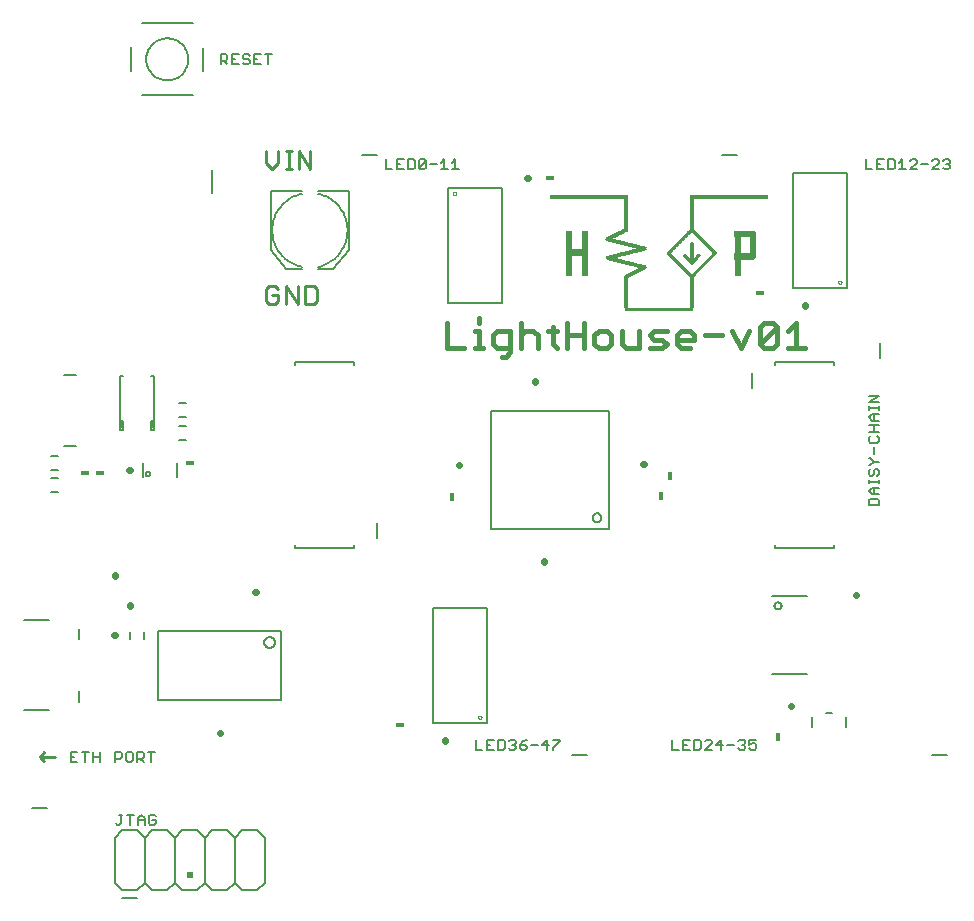
<source format=gto>
G75*
G70*
%OFA0B0*%
%FSLAX24Y24*%
%IPPOS*%
%LPD*%
%AMOC8*
5,1,8,0,0,1.08239X$1,22.5*
%
%ADD10C,0.0110*%
%ADD11C,0.0060*%
%ADD12C,0.0100*%
%ADD13C,0.0150*%
%ADD14C,0.0050*%
%ADD15C,0.0020*%
%ADD16R,0.0300X0.0180*%
%ADD17C,0.0220*%
%ADD18C,0.0080*%
%ADD19R,0.0180X0.0300*%
%ADD20R,0.0200X0.0200*%
%ADD21R,0.2250X0.0010*%
%ADD22R,0.2270X0.0010*%
%ADD23R,0.2290X0.0010*%
%ADD24R,0.0110X0.0010*%
%ADD25R,0.0120X0.0010*%
%ADD26R,0.0140X0.0010*%
%ADD27R,0.0160X0.0010*%
%ADD28R,0.0180X0.0010*%
%ADD29R,0.0200X0.0010*%
%ADD30R,0.0220X0.0010*%
%ADD31R,0.0230X0.0010*%
%ADD32R,0.0240X0.0010*%
%ADD33R,0.0250X0.0010*%
%ADD34R,0.0260X0.0010*%
%ADD35R,0.0280X0.0010*%
%ADD36R,0.0300X0.0010*%
%ADD37R,0.0150X0.0010*%
%ADD38R,0.0320X0.0010*%
%ADD39R,0.0360X0.0010*%
%ADD40R,0.0390X0.0010*%
%ADD41R,0.0430X0.0010*%
%ADD42R,0.0450X0.0010*%
%ADD43R,0.0060X0.0010*%
%ADD44R,0.0080X0.0010*%
%ADD45R,0.0100X0.0010*%
%ADD46R,0.0340X0.0010*%
%ADD47R,0.0380X0.0010*%
%ADD48R,0.0640X0.0010*%
%ADD49R,0.0400X0.0010*%
%ADD50R,0.0660X0.0010*%
%ADD51R,0.0420X0.0010*%
%ADD52R,0.0680X0.0010*%
%ADD53R,0.0690X0.0010*%
%ADD54R,0.0290X0.0010*%
%ADD55R,0.0700X0.0010*%
%ADD56R,0.0710X0.0010*%
%ADD57R,0.0350X0.0010*%
%ADD58R,0.0720X0.0010*%
%ADD59R,0.0460X0.0010*%
%ADD60R,0.0130X0.0010*%
%ADD61R,0.0750X0.0010*%
%ADD62R,0.0090X0.0010*%
%ADD63R,0.0070X0.0010*%
%ADD64R,0.0050X0.0010*%
%ADD65R,0.0440X0.0010*%
%ADD66R,0.0410X0.0010*%
%ADD67R,0.0310X0.0010*%
%ADD68R,0.0670X0.0010*%
%ADD69R,0.2570X0.0010*%
%ADD70R,0.2590X0.0010*%
%ADD71R,0.2600X0.0010*%
%ADD72R,0.2610X0.0010*%
%ADD73R,0.2580X0.0010*%
%ADD74R,0.2550X0.0010*%
D10*
X011617Y020759D02*
X011814Y020759D01*
X011912Y020857D01*
X011912Y021054D01*
X011715Y021054D01*
X011519Y021251D02*
X011519Y020857D01*
X011617Y020759D01*
X011519Y021251D02*
X011617Y021349D01*
X011814Y021349D01*
X011912Y021251D01*
X012163Y021349D02*
X012163Y020759D01*
X012557Y020759D02*
X012163Y021349D01*
X012557Y021349D02*
X012557Y020759D01*
X012808Y020759D02*
X012808Y021349D01*
X013103Y021349D01*
X013201Y021251D01*
X013201Y020857D01*
X013103Y020759D01*
X012808Y020759D01*
X012987Y025259D02*
X012987Y025849D01*
X012593Y025849D02*
X012987Y025259D01*
X012593Y025259D02*
X012593Y025849D01*
X012360Y025849D02*
X012163Y025849D01*
X012262Y025849D02*
X012262Y025259D01*
X012360Y025259D02*
X012163Y025259D01*
X011912Y025456D02*
X011912Y025849D01*
X011519Y025849D02*
X011519Y025456D01*
X011715Y025259D01*
X011912Y025456D01*
D11*
X011580Y028734D02*
X011580Y029074D01*
X011467Y029074D02*
X011694Y029074D01*
X011325Y029074D02*
X011099Y029074D01*
X011099Y028734D01*
X011325Y028734D01*
X011212Y028904D02*
X011099Y028904D01*
X010957Y028847D02*
X010957Y028790D01*
X010900Y028734D01*
X010787Y028734D01*
X010730Y028790D01*
X010787Y028904D02*
X010900Y028904D01*
X010957Y028847D01*
X010957Y029017D02*
X010900Y029074D01*
X010787Y029074D01*
X010730Y029017D01*
X010730Y028961D01*
X010787Y028904D01*
X010589Y029074D02*
X010362Y029074D01*
X010362Y028734D01*
X010589Y028734D01*
X010475Y028904D02*
X010362Y028904D01*
X010220Y028904D02*
X010164Y028847D01*
X009994Y028847D01*
X010107Y028847D02*
X010220Y028734D01*
X010220Y028904D02*
X010220Y029017D01*
X010164Y029074D01*
X009994Y029074D01*
X009994Y028734D01*
X015494Y025574D02*
X015494Y025234D01*
X015720Y025234D01*
X015862Y025234D02*
X015862Y025574D01*
X016089Y025574D01*
X016230Y025574D02*
X016230Y025234D01*
X016400Y025234D01*
X016457Y025290D01*
X016457Y025517D01*
X016400Y025574D01*
X016230Y025574D01*
X015975Y025404D02*
X015862Y025404D01*
X015862Y025234D02*
X016089Y025234D01*
X016599Y025290D02*
X016825Y025517D01*
X016825Y025290D01*
X016769Y025234D01*
X016655Y025234D01*
X016599Y025290D01*
X016599Y025517D01*
X016655Y025574D01*
X016769Y025574D01*
X016825Y025517D01*
X016967Y025404D02*
X017194Y025404D01*
X017335Y025461D02*
X017449Y025574D01*
X017449Y025234D01*
X017562Y025234D02*
X017335Y025234D01*
X017703Y025234D02*
X017930Y025234D01*
X017817Y025234D02*
X017817Y025574D01*
X017703Y025461D01*
X008832Y017440D02*
X008595Y017440D01*
X008595Y016968D02*
X008832Y016968D01*
X008832Y016690D02*
X008595Y016690D01*
X008595Y016218D02*
X008832Y016218D01*
X004582Y015690D02*
X004345Y015690D01*
X004345Y015218D02*
X004582Y015218D01*
X004582Y014940D02*
X004345Y014940D01*
X004345Y014468D02*
X004582Y014468D01*
X006977Y009822D02*
X006977Y009586D01*
X007450Y009586D02*
X007450Y009822D01*
X007916Y009855D02*
X012011Y009855D01*
X012011Y007552D01*
X007916Y007552D01*
X007916Y009855D01*
X011446Y009471D02*
X011448Y009497D01*
X011454Y009523D01*
X011463Y009548D01*
X011476Y009571D01*
X011492Y009592D01*
X011511Y009610D01*
X011533Y009626D01*
X011556Y009638D01*
X011581Y009646D01*
X011607Y009651D01*
X011634Y009652D01*
X011660Y009649D01*
X011685Y009642D01*
X011710Y009632D01*
X011732Y009618D01*
X011753Y009601D01*
X011770Y009582D01*
X011785Y009560D01*
X011796Y009536D01*
X011804Y009510D01*
X011808Y009484D01*
X011808Y009458D01*
X011804Y009432D01*
X011796Y009406D01*
X011785Y009382D01*
X011770Y009360D01*
X011753Y009341D01*
X011732Y009324D01*
X011710Y009310D01*
X011685Y009300D01*
X011660Y009293D01*
X011634Y009290D01*
X011607Y009291D01*
X011581Y009296D01*
X011556Y009304D01*
X011533Y009316D01*
X011511Y009332D01*
X011492Y009350D01*
X011476Y009371D01*
X011463Y009394D01*
X011454Y009419D01*
X011448Y009445D01*
X011446Y009471D01*
X007799Y005824D02*
X007572Y005824D01*
X007685Y005824D02*
X007685Y005484D01*
X007430Y005484D02*
X007317Y005597D01*
X007374Y005597D02*
X007203Y005597D01*
X007203Y005484D02*
X007203Y005824D01*
X007374Y005824D01*
X007430Y005767D01*
X007430Y005654D01*
X007374Y005597D01*
X007062Y005540D02*
X007062Y005767D01*
X007005Y005824D01*
X006892Y005824D01*
X006835Y005767D01*
X006835Y005540D01*
X006892Y005484D01*
X007005Y005484D01*
X007062Y005540D01*
X006694Y005654D02*
X006637Y005597D01*
X006467Y005597D01*
X006467Y005484D02*
X006467Y005824D01*
X006637Y005824D01*
X006694Y005767D01*
X006694Y005654D01*
X005957Y005654D02*
X005730Y005654D01*
X005730Y005484D02*
X005730Y005824D01*
X005589Y005824D02*
X005362Y005824D01*
X005475Y005824D02*
X005475Y005484D01*
X005220Y005484D02*
X004994Y005484D01*
X004994Y005824D01*
X005220Y005824D01*
X005107Y005654D02*
X004994Y005654D01*
X005957Y005824D02*
X005957Y005484D01*
X006607Y003724D02*
X006720Y003724D01*
X006664Y003724D02*
X006664Y003440D01*
X006607Y003384D01*
X006550Y003384D01*
X006494Y003440D01*
X006714Y003204D02*
X007214Y003204D01*
X007464Y002954D01*
X007464Y001454D01*
X007714Y001204D01*
X008214Y001204D01*
X008464Y001454D01*
X008464Y002954D01*
X008714Y003204D01*
X009214Y003204D01*
X009464Y002954D01*
X009464Y001454D01*
X009714Y001204D01*
X010214Y001204D01*
X010464Y001454D01*
X010714Y001204D01*
X011214Y001204D01*
X011464Y001454D01*
X011464Y002954D01*
X011214Y003204D01*
X010714Y003204D01*
X010464Y002954D01*
X010464Y001454D01*
X009464Y001454D02*
X009214Y001204D01*
X008714Y001204D01*
X008464Y001454D01*
X007464Y001454D02*
X007214Y001204D01*
X006714Y001204D01*
X006464Y001454D01*
X006464Y002954D01*
X006714Y003204D01*
X006975Y003384D02*
X006975Y003724D01*
X006862Y003724D02*
X007089Y003724D01*
X007230Y003611D02*
X007230Y003384D01*
X007230Y003554D02*
X007457Y003554D01*
X007457Y003611D02*
X007457Y003384D01*
X007599Y003440D02*
X007599Y003667D01*
X007655Y003724D01*
X007769Y003724D01*
X007825Y003667D01*
X007825Y003554D02*
X007712Y003554D01*
X007825Y003554D02*
X007825Y003440D01*
X007769Y003384D01*
X007655Y003384D01*
X007599Y003440D01*
X007457Y003611D02*
X007344Y003724D01*
X007230Y003611D01*
X007714Y003204D02*
X008214Y003204D01*
X008464Y002954D01*
X007714Y003204D02*
X007464Y002954D01*
X009464Y002954D02*
X009714Y003204D01*
X010214Y003204D01*
X010464Y002954D01*
X018494Y005884D02*
X018720Y005884D01*
X018862Y005884D02*
X018862Y006224D01*
X019089Y006224D01*
X019230Y006224D02*
X019230Y005884D01*
X019400Y005884D01*
X019457Y005940D01*
X019457Y006167D01*
X019400Y006224D01*
X019230Y006224D01*
X018975Y006054D02*
X018862Y006054D01*
X018862Y005884D02*
X019089Y005884D01*
X018494Y005884D02*
X018494Y006224D01*
X019599Y006167D02*
X019655Y006224D01*
X019769Y006224D01*
X019825Y006167D01*
X019825Y006111D01*
X019769Y006054D01*
X019825Y005997D01*
X019825Y005940D01*
X019769Y005884D01*
X019655Y005884D01*
X019599Y005940D01*
X019712Y006054D02*
X019769Y006054D01*
X019967Y006054D02*
X019967Y005940D01*
X020024Y005884D01*
X020137Y005884D01*
X020194Y005940D01*
X020194Y005997D01*
X020137Y006054D01*
X019967Y006054D01*
X020080Y006167D01*
X020194Y006224D01*
X020335Y006054D02*
X020562Y006054D01*
X020703Y006054D02*
X020930Y006054D01*
X020874Y006224D02*
X020703Y006054D01*
X020874Y005884D02*
X020874Y006224D01*
X021072Y006224D02*
X021299Y006224D01*
X021299Y006167D01*
X021072Y005940D01*
X021072Y005884D01*
X025044Y005884D02*
X025270Y005884D01*
X025412Y005884D02*
X025639Y005884D01*
X025780Y005884D02*
X025950Y005884D01*
X026007Y005940D01*
X026007Y006167D01*
X025950Y006224D01*
X025780Y006224D01*
X025780Y005884D01*
X025525Y006054D02*
X025412Y006054D01*
X025412Y006224D02*
X025412Y005884D01*
X025412Y006224D02*
X025639Y006224D01*
X026149Y006167D02*
X026205Y006224D01*
X026319Y006224D01*
X026375Y006167D01*
X026375Y006111D01*
X026149Y005884D01*
X026375Y005884D01*
X026517Y006054D02*
X026744Y006054D01*
X026885Y006054D02*
X027112Y006054D01*
X027253Y006167D02*
X027310Y006224D01*
X027424Y006224D01*
X027480Y006167D01*
X027480Y006111D01*
X027424Y006054D01*
X027480Y005997D01*
X027480Y005940D01*
X027424Y005884D01*
X027310Y005884D01*
X027253Y005940D01*
X027367Y006054D02*
X027424Y006054D01*
X027622Y006054D02*
X027735Y006111D01*
X027792Y006111D01*
X027849Y006054D01*
X027849Y005940D01*
X027792Y005884D01*
X027678Y005884D01*
X027622Y005940D01*
X027622Y006054D02*
X027622Y006224D01*
X027849Y006224D01*
X026687Y006224D02*
X026687Y005884D01*
X026517Y006054D02*
X026687Y006224D01*
X025044Y006224D02*
X025044Y005884D01*
X031593Y014034D02*
X031593Y014204D01*
X031650Y014261D01*
X031877Y014261D01*
X031934Y014204D01*
X031934Y014034D01*
X031593Y014034D01*
X031707Y014402D02*
X031593Y014515D01*
X031707Y014629D01*
X031934Y014629D01*
X031934Y014770D02*
X031934Y014884D01*
X031934Y014827D02*
X031593Y014827D01*
X031593Y014770D02*
X031593Y014884D01*
X031650Y015016D02*
X031593Y015073D01*
X031593Y015186D01*
X031650Y015243D01*
X031763Y015186D02*
X031820Y015243D01*
X031877Y015243D01*
X031934Y015186D01*
X031934Y015073D01*
X031877Y015016D01*
X031763Y015073D02*
X031763Y015186D01*
X031763Y015073D02*
X031707Y015016D01*
X031650Y015016D01*
X031650Y015384D02*
X031593Y015384D01*
X031650Y015384D02*
X031763Y015498D01*
X031934Y015498D01*
X031763Y015498D02*
X031650Y015611D01*
X031593Y015611D01*
X031763Y015753D02*
X031763Y015979D01*
X031650Y016121D02*
X031593Y016178D01*
X031593Y016291D01*
X031650Y016348D01*
X031593Y016489D02*
X031934Y016489D01*
X031877Y016348D02*
X031934Y016291D01*
X031934Y016178D01*
X031877Y016121D01*
X031650Y016121D01*
X031763Y016489D02*
X031763Y016716D01*
X031763Y016857D02*
X031763Y017084D01*
X031707Y017084D02*
X031934Y017084D01*
X031934Y017226D02*
X031934Y017339D01*
X031934Y017283D02*
X031593Y017283D01*
X031593Y017339D02*
X031593Y017226D01*
X031707Y017084D02*
X031593Y016971D01*
X031707Y016857D01*
X031934Y016857D01*
X031934Y016716D02*
X031593Y016716D01*
X031593Y017471D02*
X031934Y017698D01*
X031593Y017698D01*
X031593Y017471D02*
X031934Y017471D01*
X031763Y014629D02*
X031763Y014402D01*
X031707Y014402D02*
X031934Y014402D01*
X031862Y025234D02*
X032089Y025234D01*
X032230Y025234D02*
X032400Y025234D01*
X032457Y025290D01*
X032457Y025517D01*
X032400Y025574D01*
X032230Y025574D01*
X032230Y025234D01*
X031975Y025404D02*
X031862Y025404D01*
X031862Y025574D02*
X031862Y025234D01*
X031720Y025234D02*
X031494Y025234D01*
X031494Y025574D01*
X031862Y025574D02*
X032089Y025574D01*
X032599Y025461D02*
X032712Y025574D01*
X032712Y025234D01*
X032599Y025234D02*
X032825Y025234D01*
X032967Y025234D02*
X033194Y025461D01*
X033194Y025517D01*
X033137Y025574D01*
X033024Y025574D01*
X032967Y025517D01*
X032967Y025234D02*
X033194Y025234D01*
X033335Y025404D02*
X033562Y025404D01*
X033703Y025517D02*
X033760Y025574D01*
X033874Y025574D01*
X033930Y025517D01*
X033930Y025461D01*
X033703Y025234D01*
X033930Y025234D01*
X034072Y025290D02*
X034128Y025234D01*
X034242Y025234D01*
X034299Y025290D01*
X034299Y025347D01*
X034242Y025404D01*
X034185Y025404D01*
X034242Y025404D02*
X034299Y025461D01*
X034299Y025517D01*
X034242Y025574D01*
X034128Y025574D01*
X034072Y025517D01*
D12*
X004464Y005654D02*
X003964Y005654D01*
X004114Y005504D01*
X003964Y005654D02*
X004114Y005804D01*
D13*
X019357Y018995D02*
X019499Y018995D01*
X019640Y019137D01*
X019640Y019846D01*
X019215Y019846D01*
X019073Y019704D01*
X019073Y019421D01*
X019215Y019279D01*
X019640Y019279D01*
X019994Y019279D02*
X019994Y020129D01*
X020136Y019846D02*
X020419Y019846D01*
X020561Y019704D01*
X020561Y019279D01*
X021057Y019421D02*
X021198Y019279D01*
X021057Y019421D02*
X021057Y019988D01*
X020915Y019846D02*
X021198Y019846D01*
X021529Y019704D02*
X022096Y019704D01*
X022449Y019704D02*
X022449Y019421D01*
X022591Y019279D01*
X022875Y019279D01*
X023017Y019421D01*
X023017Y019704D01*
X022875Y019846D01*
X022591Y019846D01*
X022449Y019704D01*
X022096Y020129D02*
X022096Y019279D01*
X021529Y019279D02*
X021529Y020129D01*
X020136Y019846D02*
X019994Y019704D01*
X018743Y019279D02*
X018459Y019279D01*
X018601Y019279D02*
X018601Y019846D01*
X018459Y019846D01*
X018601Y020129D02*
X018601Y020271D01*
X017539Y020129D02*
X017539Y019279D01*
X018106Y019279D01*
X023370Y019421D02*
X023512Y019279D01*
X023937Y019279D01*
X023937Y019846D01*
X024291Y019704D02*
X024433Y019846D01*
X024858Y019846D01*
X024716Y019562D02*
X024433Y019562D01*
X024291Y019704D01*
X024291Y019279D02*
X024716Y019279D01*
X024858Y019421D01*
X024716Y019562D01*
X025212Y019562D02*
X025779Y019562D01*
X025779Y019704D01*
X025637Y019846D01*
X025354Y019846D01*
X025212Y019704D01*
X025212Y019421D01*
X025354Y019279D01*
X025637Y019279D01*
X026133Y019704D02*
X026700Y019704D01*
X027053Y019846D02*
X027337Y019279D01*
X027621Y019846D01*
X027974Y019988D02*
X028116Y020129D01*
X028400Y020129D01*
X028541Y019988D01*
X027974Y019421D01*
X028116Y019279D01*
X028400Y019279D01*
X028541Y019421D01*
X028541Y019988D01*
X028895Y019846D02*
X029179Y020129D01*
X029179Y019279D01*
X029462Y019279D02*
X028895Y019279D01*
X027974Y019421D02*
X027974Y019988D01*
X023370Y019846D02*
X023370Y019421D01*
D14*
X019360Y020780D02*
X017567Y020780D01*
X017567Y024631D01*
X019360Y024631D01*
X019360Y020780D01*
X029067Y021276D02*
X029067Y025127D01*
X030860Y025127D01*
X030860Y021276D01*
X029067Y021276D01*
X018860Y010627D02*
X017067Y010627D01*
X017067Y006776D01*
X018860Y006776D01*
X018860Y010627D01*
X007784Y016548D02*
X007686Y016548D01*
X006741Y016548D02*
X006643Y016548D01*
D15*
X017738Y024434D02*
X017740Y024448D01*
X017746Y024462D01*
X017754Y024474D01*
X017766Y024482D01*
X017780Y024488D01*
X017794Y024490D01*
X017808Y024488D01*
X017822Y024482D01*
X017834Y024474D01*
X017842Y024462D01*
X017848Y024448D01*
X017850Y024434D01*
X017848Y024420D01*
X017842Y024406D01*
X017834Y024394D01*
X017822Y024386D01*
X017808Y024380D01*
X017794Y024378D01*
X017780Y024380D01*
X017766Y024386D01*
X017754Y024394D01*
X017746Y024406D01*
X017740Y024420D01*
X017738Y024434D01*
X030577Y021473D02*
X030579Y021487D01*
X030585Y021501D01*
X030593Y021513D01*
X030605Y021521D01*
X030619Y021527D01*
X030633Y021529D01*
X030647Y021527D01*
X030661Y021521D01*
X030673Y021513D01*
X030681Y021501D01*
X030687Y021487D01*
X030689Y021473D01*
X030687Y021459D01*
X030681Y021445D01*
X030673Y021433D01*
X030661Y021425D01*
X030647Y021419D01*
X030633Y021417D01*
X030619Y021419D01*
X030605Y021425D01*
X030593Y021433D01*
X030585Y021445D01*
X030579Y021459D01*
X030577Y021473D01*
X018577Y006973D02*
X018579Y006987D01*
X018585Y007001D01*
X018593Y007013D01*
X018605Y007021D01*
X018619Y007027D01*
X018633Y007029D01*
X018647Y007027D01*
X018661Y007021D01*
X018673Y007013D01*
X018681Y007001D01*
X018687Y006987D01*
X018689Y006973D01*
X018687Y006959D01*
X018681Y006945D01*
X018673Y006933D01*
X018661Y006925D01*
X018647Y006919D01*
X018633Y006917D01*
X018619Y006919D01*
X018605Y006925D01*
X018593Y006933D01*
X018585Y006945D01*
X018579Y006959D01*
X018577Y006973D01*
D16*
X015964Y006704D03*
X005964Y015104D03*
X005464Y015104D03*
X008964Y015454D03*
X020964Y024954D03*
X027964Y021104D03*
D17*
X029464Y020716D02*
X029464Y020692D01*
X024100Y015422D02*
X024076Y015422D01*
X020488Y018159D02*
X020488Y018184D01*
X017950Y015372D02*
X017926Y015372D01*
X020788Y012184D02*
X020788Y012159D01*
X017464Y006216D02*
X017464Y006192D01*
X011176Y011154D02*
X011152Y011154D01*
X006964Y010716D02*
X006964Y010692D01*
X006464Y011692D02*
X006464Y011716D01*
X006476Y009704D02*
X006452Y009704D01*
X009964Y006466D02*
X009964Y006442D01*
X006976Y015204D02*
X006952Y015204D01*
X020202Y024954D02*
X020226Y024954D01*
X031164Y011066D02*
X031164Y011042D01*
X029014Y007366D02*
X029014Y007342D01*
D18*
X004214Y003954D02*
X003714Y003954D01*
X006714Y000954D02*
X007214Y000954D01*
X004279Y007208D02*
X003452Y007208D01*
X005263Y007483D02*
X005263Y007838D01*
X005263Y009570D02*
X005263Y009924D01*
X004279Y010200D02*
X003452Y010200D01*
X007393Y014968D02*
X007393Y015440D01*
X007491Y015086D02*
X007493Y015104D01*
X007499Y015120D01*
X007508Y015135D01*
X007521Y015148D01*
X007536Y015157D01*
X007552Y015163D01*
X007570Y015165D01*
X007588Y015163D01*
X007604Y015157D01*
X007619Y015148D01*
X007632Y015135D01*
X007641Y015120D01*
X007647Y015104D01*
X007649Y015086D01*
X007647Y015068D01*
X007641Y015052D01*
X007632Y015037D01*
X007619Y015024D01*
X007604Y015015D01*
X007588Y015009D01*
X007570Y015007D01*
X007552Y015009D01*
X007536Y015015D01*
X007521Y015024D01*
X007508Y015037D01*
X007499Y015052D01*
X007493Y015068D01*
X007491Y015086D01*
X008534Y014968D02*
X008534Y015440D01*
X007784Y016548D02*
X007686Y016548D01*
X007686Y016863D01*
X007784Y016863D01*
X007784Y016548D01*
X007784Y018359D01*
X007686Y018359D01*
X006741Y018359D02*
X006643Y018359D01*
X006643Y016548D01*
X006721Y016548D01*
X006741Y016548D01*
X006741Y016863D01*
X006643Y016863D01*
X006643Y016548D01*
X006643Y016561D02*
X006741Y016561D01*
X006741Y016639D02*
X006643Y016639D01*
X006643Y016718D02*
X006741Y016718D01*
X006741Y016796D02*
X006643Y016796D01*
X007686Y016796D02*
X007784Y016796D01*
X007784Y016718D02*
X007686Y016718D01*
X007686Y016639D02*
X007784Y016639D01*
X007784Y016561D02*
X007686Y016561D01*
X005160Y016023D02*
X004767Y016023D01*
X004767Y018385D02*
X005160Y018385D01*
X011664Y022534D02*
X011664Y024503D01*
X012694Y024503D01*
X013233Y024503D02*
X014263Y024503D01*
X014263Y022534D01*
X013751Y021905D01*
X013233Y021905D01*
X012694Y021905D02*
X012176Y021905D01*
X011664Y022534D01*
X012694Y021983D02*
X012627Y022000D01*
X012561Y022021D01*
X012496Y022045D01*
X012433Y022073D01*
X012372Y022104D01*
X012312Y022138D01*
X012254Y022176D01*
X012199Y022217D01*
X012145Y022261D01*
X012095Y022307D01*
X012047Y022357D01*
X012001Y022409D01*
X011959Y022463D01*
X011920Y022520D01*
X011884Y022578D01*
X011851Y022639D01*
X011821Y022701D01*
X011795Y022765D01*
X011773Y022831D01*
X011754Y022897D01*
X011739Y022964D01*
X011728Y023032D01*
X011720Y023101D01*
X011716Y023170D01*
X011716Y023238D01*
X011720Y023307D01*
X011728Y023376D01*
X011739Y023444D01*
X011754Y023511D01*
X011773Y023577D01*
X011795Y023643D01*
X011821Y023707D01*
X011851Y023769D01*
X011884Y023830D01*
X011920Y023888D01*
X011959Y023945D01*
X012001Y023999D01*
X012047Y024051D01*
X012095Y024101D01*
X012145Y024147D01*
X012199Y024191D01*
X012254Y024232D01*
X012312Y024270D01*
X012372Y024304D01*
X012433Y024335D01*
X012496Y024363D01*
X012561Y024387D01*
X012627Y024408D01*
X012694Y024425D01*
X013233Y024425D02*
X013301Y024409D01*
X013367Y024389D01*
X013433Y024366D01*
X013497Y024338D01*
X013559Y024308D01*
X013620Y024274D01*
X013678Y024237D01*
X013735Y024196D01*
X013789Y024152D01*
X013840Y024106D01*
X013889Y024056D01*
X013935Y024004D01*
X013978Y023950D01*
X014018Y023893D01*
X014055Y023834D01*
X014089Y023773D01*
X014119Y023710D01*
X014145Y023646D01*
X014168Y023580D01*
X014187Y023514D01*
X014202Y023446D01*
X014214Y023377D01*
X014222Y023308D01*
X014226Y023239D01*
X014226Y023169D01*
X014222Y023100D01*
X014214Y023031D01*
X014202Y022962D01*
X014187Y022894D01*
X014168Y022828D01*
X014145Y022762D01*
X014119Y022698D01*
X014089Y022635D01*
X014055Y022574D01*
X014018Y022515D01*
X013978Y022458D01*
X013935Y022404D01*
X013889Y022352D01*
X013840Y022302D01*
X013789Y022256D01*
X013735Y022212D01*
X013678Y022171D01*
X013620Y022134D01*
X013559Y022100D01*
X013497Y022070D01*
X013433Y022042D01*
X013367Y022019D01*
X013301Y021999D01*
X013233Y021983D01*
X012474Y018804D02*
X012474Y018704D01*
X012474Y018804D02*
X014454Y018804D01*
X014454Y018704D01*
X018995Y017172D02*
X022932Y017172D01*
X022932Y013235D01*
X018995Y013235D01*
X018995Y017172D01*
X022396Y013629D02*
X022398Y013652D01*
X022404Y013675D01*
X022413Y013697D01*
X022426Y013716D01*
X022442Y013733D01*
X022460Y013748D01*
X022481Y013759D01*
X022503Y013767D01*
X022526Y013771D01*
X022550Y013771D01*
X022573Y013767D01*
X022595Y013759D01*
X022616Y013748D01*
X022634Y013733D01*
X022650Y013716D01*
X022663Y013697D01*
X022672Y013675D01*
X022678Y013652D01*
X022680Y013629D01*
X022678Y013606D01*
X022672Y013583D01*
X022663Y013561D01*
X022650Y013542D01*
X022634Y013525D01*
X022616Y013510D01*
X022595Y013499D01*
X022573Y013491D01*
X022550Y013487D01*
X022526Y013487D01*
X022503Y013491D01*
X022481Y013499D01*
X022460Y013510D01*
X022442Y013525D01*
X022426Y013542D01*
X022413Y013561D01*
X022404Y013583D01*
X022398Y013606D01*
X022396Y013629D01*
X027714Y017954D02*
X027714Y018454D01*
X028474Y018704D02*
X028474Y018804D01*
X030454Y018804D01*
X030454Y018704D01*
X031964Y018954D02*
X031964Y019454D01*
X027214Y025704D02*
X026714Y025704D01*
X015214Y025704D02*
X014714Y025704D01*
X009714Y025204D02*
X009714Y024454D01*
X009064Y027704D02*
X007364Y027704D01*
X007014Y028504D02*
X007014Y029308D01*
X007364Y030104D02*
X009064Y030104D01*
X009414Y029297D02*
X009414Y028504D01*
X007514Y028904D02*
X007516Y028956D01*
X007522Y029008D01*
X007532Y029060D01*
X007545Y029110D01*
X007562Y029160D01*
X007583Y029208D01*
X007608Y029254D01*
X007636Y029298D01*
X007667Y029340D01*
X007701Y029380D01*
X007738Y029417D01*
X007778Y029451D01*
X007820Y029482D01*
X007864Y029510D01*
X007910Y029535D01*
X007958Y029556D01*
X008008Y029573D01*
X008058Y029586D01*
X008110Y029596D01*
X008162Y029602D01*
X008214Y029604D01*
X008266Y029602D01*
X008318Y029596D01*
X008370Y029586D01*
X008420Y029573D01*
X008470Y029556D01*
X008518Y029535D01*
X008564Y029510D01*
X008608Y029482D01*
X008650Y029451D01*
X008690Y029417D01*
X008727Y029380D01*
X008761Y029340D01*
X008792Y029298D01*
X008820Y029254D01*
X008845Y029208D01*
X008866Y029160D01*
X008883Y029110D01*
X008896Y029060D01*
X008906Y029008D01*
X008912Y028956D01*
X008914Y028904D01*
X008912Y028852D01*
X008906Y028800D01*
X008896Y028748D01*
X008883Y028698D01*
X008866Y028648D01*
X008845Y028600D01*
X008820Y028554D01*
X008792Y028510D01*
X008761Y028468D01*
X008727Y028428D01*
X008690Y028391D01*
X008650Y028357D01*
X008608Y028326D01*
X008564Y028298D01*
X008518Y028273D01*
X008470Y028252D01*
X008420Y028235D01*
X008370Y028222D01*
X008318Y028212D01*
X008266Y028206D01*
X008214Y028204D01*
X008162Y028206D01*
X008110Y028212D01*
X008058Y028222D01*
X008008Y028235D01*
X007958Y028252D01*
X007910Y028273D01*
X007864Y028298D01*
X007820Y028326D01*
X007778Y028357D01*
X007738Y028391D01*
X007701Y028428D01*
X007667Y028468D01*
X007636Y028510D01*
X007608Y028554D01*
X007583Y028600D01*
X007562Y028648D01*
X007545Y028698D01*
X007532Y028748D01*
X007522Y028800D01*
X007516Y028852D01*
X007514Y028904D01*
X015214Y013454D02*
X015214Y012954D01*
X014454Y012704D02*
X014454Y012604D01*
X012474Y012604D01*
X012474Y012704D01*
X021714Y005704D02*
X022214Y005704D01*
X028373Y008405D02*
X029554Y008405D01*
X030158Y007123D02*
X030369Y007123D01*
X030824Y006973D02*
X030824Y006635D01*
X029704Y006635D02*
X029704Y006973D01*
X033714Y005704D02*
X034214Y005704D01*
X028450Y010688D02*
X028452Y010709D01*
X028458Y010730D01*
X028467Y010750D01*
X028480Y010767D01*
X028495Y010782D01*
X028513Y010794D01*
X028533Y010802D01*
X028554Y010807D01*
X028575Y010808D01*
X028597Y010805D01*
X028617Y010798D01*
X028636Y010788D01*
X028653Y010775D01*
X028667Y010759D01*
X028678Y010740D01*
X028686Y010720D01*
X028690Y010699D01*
X028690Y010677D01*
X028686Y010656D01*
X028678Y010636D01*
X028667Y010617D01*
X028653Y010601D01*
X028636Y010588D01*
X028617Y010578D01*
X028597Y010571D01*
X028575Y010568D01*
X028554Y010569D01*
X028533Y010574D01*
X028513Y010582D01*
X028495Y010594D01*
X028480Y010609D01*
X028467Y010626D01*
X028458Y010646D01*
X028452Y010667D01*
X028450Y010688D01*
X028373Y011003D02*
X029554Y011003D01*
X030454Y012604D02*
X028474Y012604D01*
X028474Y012704D01*
X030454Y012704D02*
X030454Y012604D01*
D19*
X024964Y015004D03*
X024664Y014354D03*
X017714Y014304D03*
X028564Y006304D03*
D20*
X008964Y001704D03*
D21*
X024604Y020504D03*
D22*
X024604Y020514D03*
D23*
X024604Y020524D03*
X024604Y020534D03*
X024604Y020544D03*
X024604Y020554D03*
X024604Y020564D03*
X024604Y020574D03*
X024604Y020584D03*
X024604Y020594D03*
D24*
X025694Y020604D03*
X025694Y020614D03*
X025694Y020624D03*
X025694Y020634D03*
X025694Y020644D03*
X025694Y020654D03*
X025694Y020664D03*
X025694Y020674D03*
X025694Y020684D03*
X025694Y020694D03*
X025694Y020704D03*
X025694Y020714D03*
X025694Y020724D03*
X025694Y020734D03*
X025694Y020744D03*
X025694Y020754D03*
X025694Y020764D03*
X025694Y020774D03*
X025694Y020784D03*
X025694Y020794D03*
X025694Y020804D03*
X025694Y020814D03*
X025694Y020824D03*
X025694Y020834D03*
X025694Y020844D03*
X025694Y020854D03*
X025694Y020864D03*
X025694Y020874D03*
X025694Y020884D03*
X025694Y020894D03*
X025694Y020904D03*
X025694Y020914D03*
X025694Y020924D03*
X025694Y020934D03*
X025694Y020944D03*
X025694Y020954D03*
X025694Y020964D03*
X025694Y020974D03*
X025694Y020984D03*
X025694Y020994D03*
X025694Y021004D03*
X025694Y021014D03*
X025694Y021024D03*
X025694Y021034D03*
X025694Y021044D03*
X025694Y021054D03*
X025694Y021064D03*
X025694Y021074D03*
X025694Y021084D03*
X025694Y021094D03*
X025694Y021104D03*
X025694Y021114D03*
X025694Y021124D03*
X025694Y021134D03*
X025694Y021144D03*
X025694Y021154D03*
X025694Y021164D03*
X025694Y021174D03*
X025694Y021184D03*
X025694Y021194D03*
X025694Y021204D03*
X025694Y021214D03*
X025694Y021224D03*
X025694Y021234D03*
X025694Y021244D03*
X025694Y021254D03*
X025694Y021264D03*
X025694Y021274D03*
X025694Y021284D03*
X025694Y021294D03*
X025694Y021304D03*
X025694Y021314D03*
X025694Y021324D03*
X025694Y021334D03*
X025694Y021344D03*
X025694Y021354D03*
X025694Y021364D03*
X025694Y021374D03*
X025694Y021384D03*
X025694Y021394D03*
X025694Y021404D03*
X025694Y021414D03*
X025694Y021424D03*
X025694Y021434D03*
X025694Y021444D03*
X025694Y021454D03*
X025694Y021464D03*
X025694Y021474D03*
X025694Y021484D03*
X025694Y021494D03*
X025694Y021504D03*
X025694Y021514D03*
X025694Y021524D03*
X025694Y021534D03*
X025694Y021544D03*
X025694Y021554D03*
X025694Y021564D03*
X025694Y021574D03*
X025694Y021584D03*
X025694Y021594D03*
X025694Y021604D03*
X025694Y021614D03*
X025694Y022254D03*
X025694Y022264D03*
X025694Y022274D03*
X025694Y022284D03*
X025694Y022294D03*
X025694Y022304D03*
X025694Y022314D03*
X025694Y022324D03*
X025694Y022334D03*
X025694Y022344D03*
X025694Y022354D03*
X025694Y022364D03*
X025694Y022374D03*
X025694Y022384D03*
X025694Y022394D03*
X025694Y022404D03*
X025694Y022414D03*
X025694Y022424D03*
X025694Y022434D03*
X025694Y022444D03*
X025694Y022454D03*
X025694Y022464D03*
X025694Y022474D03*
X025694Y022484D03*
X025694Y022494D03*
X025694Y022504D03*
X025694Y022514D03*
X025694Y022524D03*
X025694Y022534D03*
X025694Y022544D03*
X025694Y022554D03*
X025694Y022564D03*
X025694Y022574D03*
X025694Y022584D03*
X025694Y022594D03*
X025694Y022604D03*
X025694Y022614D03*
X025694Y022624D03*
X025694Y022634D03*
X025694Y022644D03*
X025694Y022654D03*
X025694Y022664D03*
X025694Y022674D03*
X025694Y022684D03*
X025694Y022694D03*
X025694Y022704D03*
X025694Y022714D03*
X025694Y022724D03*
X025694Y022734D03*
X025924Y022364D03*
X025464Y022364D03*
X025694Y023234D03*
X025694Y023244D03*
X025694Y023254D03*
X025694Y023264D03*
X025694Y023274D03*
X025694Y023284D03*
X025694Y023294D03*
X025694Y023304D03*
X025694Y023314D03*
X025694Y023324D03*
X025694Y023334D03*
X025694Y023344D03*
X025694Y023354D03*
X025694Y023364D03*
X025694Y023374D03*
X025694Y023384D03*
X025694Y023394D03*
X025694Y023404D03*
X025694Y023414D03*
X025694Y023424D03*
X025694Y023434D03*
X025694Y023444D03*
X025694Y023454D03*
X025694Y023464D03*
X025694Y023474D03*
X025694Y023484D03*
X025694Y023494D03*
X025694Y023504D03*
X025694Y023514D03*
X025694Y023524D03*
X025694Y023534D03*
X025694Y023544D03*
X025694Y023554D03*
X025694Y023564D03*
X025694Y023574D03*
X025694Y023584D03*
X025694Y023594D03*
X025694Y023604D03*
X025694Y023614D03*
X025694Y023624D03*
X025694Y023634D03*
X025694Y023644D03*
X025694Y023654D03*
X025694Y023664D03*
X025694Y023674D03*
X025694Y023684D03*
X025694Y023694D03*
X025694Y023704D03*
X025694Y023714D03*
X025694Y023724D03*
X025694Y023734D03*
X025694Y023744D03*
X025694Y023754D03*
X025694Y023764D03*
X025694Y023774D03*
X025694Y023784D03*
X025694Y023794D03*
X025694Y023804D03*
X025694Y023814D03*
X025694Y023824D03*
X025694Y023834D03*
X025694Y023844D03*
X025694Y023854D03*
X025694Y023864D03*
X025694Y023874D03*
X025694Y023884D03*
X025694Y023894D03*
X025694Y023904D03*
X025694Y023914D03*
X025694Y023924D03*
X025694Y023934D03*
X025694Y023944D03*
X025694Y023954D03*
X025694Y023964D03*
X025694Y023974D03*
X025694Y023984D03*
X025694Y023994D03*
X025694Y024004D03*
X025694Y024014D03*
X025694Y024024D03*
X025694Y024034D03*
X025694Y024044D03*
X025694Y024054D03*
X025694Y024064D03*
X025694Y024074D03*
X025694Y024084D03*
X025694Y024094D03*
X025694Y024104D03*
X025694Y024114D03*
X025694Y024124D03*
X025694Y024134D03*
X025694Y024144D03*
X025694Y024154D03*
X025694Y024164D03*
X025694Y024174D03*
X025694Y024184D03*
X025694Y024194D03*
X025694Y024204D03*
X025694Y024214D03*
X025694Y024224D03*
X025694Y024234D03*
X023514Y024234D03*
X023514Y024224D03*
X023514Y024214D03*
X023514Y024204D03*
X023514Y024194D03*
X023514Y024184D03*
X023514Y024174D03*
X023514Y024164D03*
X023514Y024154D03*
X023514Y024144D03*
X023514Y024134D03*
X023514Y024124D03*
X023514Y024114D03*
X023514Y024104D03*
X023514Y024094D03*
X023514Y024084D03*
X023514Y024074D03*
X023514Y024064D03*
X023514Y024054D03*
X023514Y024044D03*
X023514Y024034D03*
X023514Y024024D03*
X023514Y024014D03*
X023514Y024004D03*
X023514Y023994D03*
X023514Y023984D03*
X023514Y023974D03*
X023514Y023964D03*
X023514Y023954D03*
X023514Y023944D03*
X023514Y023934D03*
X023514Y023924D03*
X023514Y023914D03*
X023514Y023904D03*
X023514Y023894D03*
X023514Y023884D03*
X023514Y023874D03*
X023514Y023864D03*
X023514Y023854D03*
X023514Y023844D03*
X023514Y023834D03*
X023514Y023824D03*
X023514Y023814D03*
X023514Y023804D03*
X023514Y023794D03*
X023514Y023784D03*
X023514Y023774D03*
X023514Y023764D03*
X023514Y023754D03*
X023514Y023744D03*
X023514Y023734D03*
X023514Y023724D03*
X023514Y023714D03*
X023514Y023704D03*
X023514Y023694D03*
X023514Y023684D03*
X023514Y023674D03*
X023514Y023664D03*
X023514Y023654D03*
X023514Y023644D03*
X023514Y023634D03*
X023514Y023624D03*
X023514Y023614D03*
X023514Y023604D03*
X023514Y023594D03*
X023514Y023584D03*
X023514Y023574D03*
X023514Y023564D03*
X023514Y023554D03*
X023514Y023544D03*
X023514Y023534D03*
X023514Y023524D03*
X023514Y023514D03*
X023514Y023504D03*
X023514Y023494D03*
X023514Y023484D03*
X023514Y023474D03*
X023514Y023464D03*
X023514Y023454D03*
X023514Y023444D03*
X023514Y023434D03*
X023514Y023424D03*
X023514Y023414D03*
X023514Y023404D03*
X023514Y023394D03*
X023514Y023384D03*
X023514Y023374D03*
X023514Y023364D03*
X023514Y023354D03*
X023514Y023344D03*
X023514Y023334D03*
X023514Y023324D03*
X023514Y023314D03*
X023514Y023304D03*
X023514Y023294D03*
X023514Y023284D03*
X023514Y023274D03*
X023514Y023264D03*
X023514Y023254D03*
X023514Y023244D03*
X023514Y021604D03*
X023514Y021594D03*
X023514Y021584D03*
X023514Y021574D03*
X023514Y021564D03*
X023514Y021554D03*
X023514Y021544D03*
X023514Y021534D03*
X023514Y021524D03*
X023514Y021514D03*
X023514Y021504D03*
X023514Y021494D03*
X023514Y021484D03*
X023514Y021474D03*
X023514Y021464D03*
X023514Y021454D03*
X023514Y021444D03*
X023514Y021434D03*
X023514Y021424D03*
X023514Y021414D03*
X023514Y021404D03*
X023514Y021394D03*
X023514Y021384D03*
X023514Y021374D03*
X023514Y021364D03*
X023514Y021354D03*
X023514Y021344D03*
X023514Y021334D03*
X023514Y021324D03*
X023514Y021314D03*
X023514Y021304D03*
X023514Y021294D03*
X023514Y021284D03*
X023514Y021274D03*
X023514Y021264D03*
X023514Y021254D03*
X023514Y021244D03*
X023514Y021234D03*
X023514Y021224D03*
X023514Y021214D03*
X023514Y021204D03*
X023514Y021194D03*
X023514Y021184D03*
X023514Y021174D03*
X023514Y021164D03*
X023514Y021154D03*
X023514Y021144D03*
X023514Y021134D03*
X023514Y021124D03*
X023514Y021114D03*
X023514Y021104D03*
X023514Y021094D03*
X023514Y021084D03*
X023514Y021074D03*
X023514Y021064D03*
X023514Y021054D03*
X023514Y021044D03*
X023514Y021034D03*
X023514Y021024D03*
X023514Y021014D03*
X023514Y021004D03*
X023514Y020994D03*
X023514Y020984D03*
X023514Y020974D03*
X023514Y020964D03*
X023514Y020954D03*
X023514Y020944D03*
X023514Y020934D03*
X023514Y020924D03*
X023514Y020914D03*
X023514Y020904D03*
X023514Y020894D03*
X023514Y020884D03*
X023514Y020874D03*
X023514Y020864D03*
X023514Y020854D03*
X023514Y020844D03*
X023514Y020834D03*
X023514Y020824D03*
X023514Y020814D03*
X023514Y020804D03*
X023514Y020794D03*
X023514Y020784D03*
X023514Y020774D03*
X023514Y020764D03*
X023514Y020754D03*
X023514Y020744D03*
X023514Y020734D03*
X023514Y020724D03*
X023514Y020714D03*
X023514Y020704D03*
X023514Y020694D03*
X023514Y020684D03*
X023514Y020674D03*
X023514Y020664D03*
X023514Y020654D03*
X023514Y020644D03*
X023514Y020634D03*
X023514Y020624D03*
X023514Y020614D03*
X023514Y020604D03*
D25*
X023519Y021614D03*
X023509Y023234D03*
X025469Y022354D03*
X025699Y022094D03*
X025699Y021624D03*
X025699Y023224D03*
D26*
X025699Y023214D03*
X025919Y022344D03*
X025699Y022104D03*
X025479Y022334D03*
X024939Y022404D03*
X024929Y022414D03*
X024929Y022424D03*
X024939Y022434D03*
X025699Y021634D03*
X026459Y022414D03*
X026459Y022434D03*
X023529Y021624D03*
X023499Y023224D03*
D27*
X023489Y023214D03*
X024949Y022454D03*
X024959Y022464D03*
X024969Y022474D03*
X024979Y022484D03*
X024989Y022494D03*
X024999Y022504D03*
X025009Y022514D03*
X025019Y022524D03*
X025029Y022534D03*
X025039Y022544D03*
X025049Y022554D03*
X025059Y022564D03*
X025069Y022574D03*
X025079Y022584D03*
X025089Y022594D03*
X025099Y022604D03*
X025109Y022614D03*
X025119Y022624D03*
X025129Y022634D03*
X025139Y022644D03*
X025149Y022654D03*
X025159Y022664D03*
X025169Y022674D03*
X025179Y022684D03*
X025189Y022694D03*
X025199Y022704D03*
X025209Y022714D03*
X025219Y022724D03*
X025229Y022734D03*
X025239Y022744D03*
X025249Y022754D03*
X025259Y022764D03*
X025269Y022774D03*
X025279Y022784D03*
X025289Y022794D03*
X025299Y022804D03*
X025309Y022814D03*
X025319Y022824D03*
X025329Y022834D03*
X025339Y022844D03*
X025349Y022854D03*
X025359Y022864D03*
X025369Y022874D03*
X025379Y022884D03*
X025389Y022894D03*
X025399Y022904D03*
X025409Y022914D03*
X025419Y022924D03*
X025429Y022934D03*
X025439Y022944D03*
X025449Y022954D03*
X025459Y022964D03*
X025469Y022974D03*
X025479Y022984D03*
X025489Y022994D03*
X025499Y023004D03*
X025509Y023014D03*
X025519Y023024D03*
X025529Y023034D03*
X025539Y023044D03*
X025549Y023054D03*
X025559Y023064D03*
X025569Y023074D03*
X025579Y023084D03*
X025589Y023094D03*
X025599Y023104D03*
X025609Y023114D03*
X025699Y023204D03*
X025789Y023114D03*
X025799Y023104D03*
X025809Y023094D03*
X025819Y023084D03*
X025829Y023074D03*
X025839Y023064D03*
X025849Y023054D03*
X025859Y023044D03*
X025869Y023034D03*
X025879Y023024D03*
X025889Y023014D03*
X025899Y023004D03*
X025909Y022994D03*
X025919Y022984D03*
X025929Y022974D03*
X025939Y022964D03*
X025949Y022954D03*
X025959Y022944D03*
X025969Y022934D03*
X025979Y022924D03*
X025989Y022914D03*
X025999Y022904D03*
X026009Y022894D03*
X026019Y022884D03*
X026029Y022874D03*
X026039Y022864D03*
X026049Y022854D03*
X026059Y022844D03*
X026069Y022834D03*
X026079Y022824D03*
X026089Y022814D03*
X026099Y022804D03*
X026109Y022794D03*
X026119Y022784D03*
X026129Y022774D03*
X026139Y022764D03*
X026149Y022754D03*
X026159Y022744D03*
X026169Y022734D03*
X026179Y022724D03*
X026189Y022714D03*
X026199Y022704D03*
X026209Y022694D03*
X026219Y022684D03*
X026229Y022674D03*
X026239Y022664D03*
X026249Y022654D03*
X026259Y022644D03*
X026269Y022634D03*
X026279Y022624D03*
X026289Y022614D03*
X026299Y022604D03*
X026309Y022594D03*
X026319Y022584D03*
X026329Y022574D03*
X026339Y022564D03*
X026349Y022554D03*
X026359Y022544D03*
X026369Y022534D03*
X026379Y022524D03*
X026389Y022514D03*
X026399Y022504D03*
X026409Y022494D03*
X026419Y022484D03*
X026429Y022474D03*
X026439Y022464D03*
X026449Y022394D03*
X026439Y022384D03*
X026429Y022374D03*
X026419Y022364D03*
X026409Y022354D03*
X026399Y022344D03*
X026389Y022334D03*
X026379Y022324D03*
X026369Y022314D03*
X026359Y022304D03*
X026349Y022294D03*
X026339Y022284D03*
X026329Y022274D03*
X026319Y022264D03*
X026309Y022254D03*
X026299Y022244D03*
X026289Y022234D03*
X026279Y022224D03*
X026269Y022214D03*
X026259Y022204D03*
X026249Y022194D03*
X026239Y022184D03*
X026229Y022174D03*
X026219Y022164D03*
X026209Y022154D03*
X026199Y022144D03*
X026189Y022134D03*
X026179Y022124D03*
X026169Y022114D03*
X026159Y022104D03*
X026149Y022094D03*
X026139Y022084D03*
X026129Y022074D03*
X026119Y022064D03*
X026109Y022054D03*
X026099Y022044D03*
X026089Y022034D03*
X026079Y022024D03*
X026069Y022014D03*
X026059Y022004D03*
X026049Y021994D03*
X026039Y021984D03*
X026029Y021974D03*
X026019Y021964D03*
X026009Y021954D03*
X025999Y021944D03*
X025989Y021934D03*
X025979Y021924D03*
X025969Y021914D03*
X025959Y021904D03*
X025949Y021894D03*
X025939Y021884D03*
X025929Y021874D03*
X025919Y021864D03*
X025909Y021854D03*
X025899Y021844D03*
X025889Y021834D03*
X025879Y021824D03*
X025869Y021814D03*
X025859Y021804D03*
X025849Y021794D03*
X025839Y021784D03*
X025829Y021774D03*
X025819Y021764D03*
X025809Y021754D03*
X025799Y021744D03*
X025789Y021734D03*
X025779Y021724D03*
X025699Y021644D03*
X025699Y022114D03*
X025839Y022254D03*
X025849Y022264D03*
X025859Y022274D03*
X025869Y022284D03*
X025879Y022294D03*
X025889Y022304D03*
X025899Y022314D03*
X023539Y021634D03*
D28*
X023549Y021644D03*
X023479Y023204D03*
X025699Y023194D03*
X025699Y022124D03*
X025699Y021654D03*
D29*
X025699Y021664D03*
X025699Y022134D03*
X025699Y023184D03*
X023469Y023194D03*
X023559Y021654D03*
D30*
X023569Y021664D03*
X024079Y021934D03*
X022949Y022904D03*
X022949Y022914D03*
X023459Y023184D03*
X025699Y023174D03*
X025699Y022144D03*
X025699Y021674D03*
D31*
X027234Y021684D03*
X027234Y021694D03*
X027234Y021704D03*
X027234Y021714D03*
X027234Y021724D03*
X027234Y021734D03*
X027234Y021744D03*
X027234Y021754D03*
X027234Y021764D03*
X027234Y021774D03*
X027234Y021784D03*
X027234Y021794D03*
X027234Y021804D03*
X027234Y021814D03*
X027234Y021824D03*
X027234Y021834D03*
X027234Y021844D03*
X027234Y021854D03*
X027234Y021864D03*
X027234Y021874D03*
X027234Y021884D03*
X027234Y021894D03*
X027234Y021904D03*
X027234Y021914D03*
X027234Y021924D03*
X027234Y021934D03*
X027234Y021944D03*
X027234Y021954D03*
X027234Y021964D03*
X027234Y021974D03*
X027234Y021984D03*
X027234Y021994D03*
X027234Y022004D03*
X027234Y022014D03*
X027234Y022024D03*
X027234Y022034D03*
X027234Y022044D03*
X027234Y022054D03*
X027234Y022064D03*
X027234Y022074D03*
X027234Y022084D03*
X027234Y022094D03*
X027234Y022104D03*
X027234Y022114D03*
X027234Y022124D03*
X027234Y022134D03*
X027234Y022144D03*
X027234Y022154D03*
X027234Y022164D03*
X027234Y022174D03*
X027234Y022184D03*
X027234Y022194D03*
X027234Y022204D03*
X027234Y022214D03*
X027234Y022424D03*
X027234Y022434D03*
X027234Y022444D03*
X027234Y022454D03*
X027234Y022464D03*
X027234Y022474D03*
X027234Y022484D03*
X027234Y022494D03*
X027234Y022504D03*
X027234Y022514D03*
X027234Y022524D03*
X027234Y022534D03*
X027234Y022544D03*
X027234Y022554D03*
X027234Y022564D03*
X027234Y022574D03*
X027234Y022584D03*
X027234Y022594D03*
X027234Y022604D03*
X027234Y022614D03*
X027234Y022624D03*
X027234Y022634D03*
X027234Y022644D03*
X027234Y022654D03*
X027234Y022664D03*
X027234Y022674D03*
X027234Y022684D03*
X027234Y022694D03*
X027234Y022704D03*
X027234Y022714D03*
X027234Y022724D03*
X027234Y022734D03*
X027234Y022744D03*
X027234Y022754D03*
X027234Y022764D03*
X027234Y022774D03*
X027234Y022784D03*
X027234Y022794D03*
X027234Y022804D03*
X027234Y022814D03*
X027234Y022824D03*
X027234Y022834D03*
X027234Y022844D03*
X027234Y022854D03*
X027234Y022864D03*
X027234Y022874D03*
X027234Y022884D03*
X027234Y022894D03*
X027234Y022904D03*
X027234Y022914D03*
X027234Y022924D03*
X027234Y022934D03*
X027234Y022944D03*
X027234Y022954D03*
X027234Y022964D03*
X027724Y022964D03*
X027724Y022954D03*
X027724Y022944D03*
X027724Y022934D03*
X027724Y022924D03*
X027724Y022914D03*
X027724Y022904D03*
X027724Y022894D03*
X027724Y022884D03*
X027724Y022874D03*
X027724Y022864D03*
X027724Y022854D03*
X027724Y022844D03*
X027724Y022834D03*
X027724Y022824D03*
X027724Y022814D03*
X027724Y022804D03*
X027724Y022794D03*
X027724Y022784D03*
X027724Y022774D03*
X027724Y022764D03*
X027724Y022754D03*
X027724Y022744D03*
X027724Y022734D03*
X027724Y022724D03*
X027724Y022714D03*
X027724Y022704D03*
X027724Y022694D03*
X027724Y022684D03*
X027724Y022674D03*
X027724Y022664D03*
X027724Y022654D03*
X027724Y022644D03*
X027724Y022634D03*
X027724Y022624D03*
X027724Y022614D03*
X027724Y022604D03*
X027724Y022594D03*
X027724Y022584D03*
X027724Y022574D03*
X027724Y022564D03*
X027724Y022554D03*
X027724Y022544D03*
X027724Y022534D03*
X027724Y022524D03*
X027724Y022514D03*
X027724Y022504D03*
X027724Y022494D03*
X027724Y022484D03*
X027724Y022474D03*
X027724Y022464D03*
X027724Y022454D03*
X027724Y022444D03*
X027724Y022434D03*
X027724Y022424D03*
X024064Y021924D03*
X023584Y021674D03*
X022964Y022924D03*
X023444Y023174D03*
X022134Y023164D03*
X022134Y023154D03*
X022134Y023144D03*
X022134Y023134D03*
X022134Y023124D03*
X022134Y023114D03*
X022134Y023104D03*
X022134Y023094D03*
X022134Y023084D03*
X022134Y023074D03*
X022134Y023064D03*
X022134Y023054D03*
X022134Y023044D03*
X022134Y023034D03*
X022134Y023024D03*
X022134Y023014D03*
X022134Y023004D03*
X022134Y022994D03*
X022134Y022984D03*
X022134Y022974D03*
X022134Y022964D03*
X022134Y022954D03*
X022134Y022944D03*
X022134Y022934D03*
X022134Y022924D03*
X022134Y022914D03*
X022134Y022904D03*
X022134Y022894D03*
X022134Y022884D03*
X022134Y022874D03*
X022134Y022864D03*
X022134Y022854D03*
X022134Y022844D03*
X022134Y022834D03*
X022134Y022824D03*
X022134Y022814D03*
X022134Y022804D03*
X022134Y022794D03*
X022134Y022784D03*
X022134Y022774D03*
X022134Y022764D03*
X022134Y022754D03*
X022134Y022744D03*
X022134Y022734D03*
X022134Y022724D03*
X022134Y022714D03*
X022134Y022704D03*
X022134Y022694D03*
X022134Y022684D03*
X022134Y022674D03*
X022134Y022664D03*
X022134Y022654D03*
X022134Y022644D03*
X022134Y022634D03*
X022134Y022624D03*
X022134Y022614D03*
X022134Y022604D03*
X022134Y022594D03*
X022134Y022584D03*
X022134Y022574D03*
X022134Y022564D03*
X022134Y022344D03*
X022134Y022334D03*
X022134Y022324D03*
X022134Y022314D03*
X022134Y022304D03*
X022134Y022294D03*
X022134Y022284D03*
X022134Y022274D03*
X022134Y022264D03*
X022134Y022254D03*
X022134Y022244D03*
X022134Y022234D03*
X022134Y022224D03*
X022134Y022214D03*
X022134Y022204D03*
X022134Y022194D03*
X022134Y022184D03*
X022134Y022174D03*
X022134Y022164D03*
X022134Y022154D03*
X022134Y022144D03*
X022134Y022134D03*
X022134Y022124D03*
X022134Y022114D03*
X022134Y022104D03*
X022134Y022094D03*
X022134Y022084D03*
X022134Y022074D03*
X022134Y022064D03*
X022134Y022054D03*
X022134Y022044D03*
X022134Y022034D03*
X022134Y022024D03*
X022134Y022014D03*
X022134Y022004D03*
X022134Y021994D03*
X022134Y021984D03*
X022134Y021974D03*
X022134Y021964D03*
X022134Y021954D03*
X022134Y021944D03*
X022134Y021934D03*
X022134Y021924D03*
X022134Y021914D03*
X022134Y021904D03*
X022134Y021894D03*
X022134Y021884D03*
X022134Y021874D03*
X022134Y021864D03*
X022134Y021854D03*
X022134Y021844D03*
X022134Y021834D03*
X022134Y021824D03*
X022134Y021814D03*
X022134Y021804D03*
X022134Y021794D03*
X022134Y021784D03*
X022134Y021774D03*
X022134Y021764D03*
X022134Y021754D03*
X022134Y021744D03*
X022134Y021734D03*
X022134Y021724D03*
X022134Y021714D03*
X022134Y021704D03*
X022134Y021694D03*
X022134Y021684D03*
X021614Y021684D03*
X021614Y021694D03*
X021614Y021704D03*
X021614Y021714D03*
X021614Y021724D03*
X021614Y021734D03*
X021614Y021744D03*
X021614Y021754D03*
X021614Y021764D03*
X021614Y021774D03*
X021614Y021784D03*
X021614Y021794D03*
X021614Y021804D03*
X021614Y021814D03*
X021614Y021824D03*
X021614Y021834D03*
X021614Y021844D03*
X021614Y021854D03*
X021614Y021864D03*
X021614Y021874D03*
X021614Y021884D03*
X021614Y021894D03*
X021614Y021904D03*
X021614Y021914D03*
X021614Y021924D03*
X021614Y021934D03*
X021614Y021944D03*
X021614Y021954D03*
X021614Y021964D03*
X021614Y021974D03*
X021614Y021984D03*
X021614Y021994D03*
X021614Y022004D03*
X021614Y022014D03*
X021614Y022024D03*
X021614Y022034D03*
X021614Y022044D03*
X021614Y022054D03*
X021614Y022064D03*
X021614Y022074D03*
X021614Y022084D03*
X021614Y022094D03*
X021614Y022104D03*
X021614Y022114D03*
X021614Y022124D03*
X021614Y022134D03*
X021614Y022144D03*
X021614Y022154D03*
X021614Y022164D03*
X021614Y022174D03*
X021614Y022184D03*
X021614Y022194D03*
X021614Y022204D03*
X021614Y022214D03*
X021614Y022224D03*
X021614Y022234D03*
X021614Y022244D03*
X021614Y022254D03*
X021614Y022264D03*
X021614Y022274D03*
X021614Y022284D03*
X021614Y022294D03*
X021614Y022304D03*
X021614Y022314D03*
X021614Y022324D03*
X021614Y022334D03*
X021614Y022344D03*
X021614Y022564D03*
X021614Y022574D03*
X021614Y022584D03*
X021614Y022594D03*
X021614Y022604D03*
X021614Y022614D03*
X021614Y022624D03*
X021614Y022634D03*
X021614Y022644D03*
X021614Y022654D03*
X021614Y022664D03*
X021614Y022674D03*
X021614Y022684D03*
X021614Y022694D03*
X021614Y022704D03*
X021614Y022714D03*
X021614Y022724D03*
X021614Y022734D03*
X021614Y022744D03*
X021614Y022754D03*
X021614Y022764D03*
X021614Y022774D03*
X021614Y022784D03*
X021614Y022794D03*
X021614Y022804D03*
X021614Y022814D03*
X021614Y022824D03*
X021614Y022834D03*
X021614Y022844D03*
X021614Y022854D03*
X021614Y022864D03*
X021614Y022874D03*
X021614Y022884D03*
X021614Y022894D03*
X021614Y022904D03*
X021614Y022914D03*
X021614Y022924D03*
X021614Y022934D03*
X021614Y022944D03*
X021614Y022954D03*
X021614Y022964D03*
X021614Y022974D03*
X021614Y022984D03*
X021614Y022994D03*
X021614Y023004D03*
X021614Y023014D03*
X021614Y023024D03*
X021614Y023034D03*
X021614Y023044D03*
X021614Y023054D03*
X021614Y023064D03*
X021614Y023074D03*
X021614Y023084D03*
X021614Y023094D03*
X021614Y023104D03*
X021614Y023114D03*
X021614Y023124D03*
X021614Y023134D03*
X021614Y023144D03*
X021614Y023154D03*
X021614Y023164D03*
D32*
X022979Y022934D03*
X023429Y023164D03*
X024069Y021944D03*
X023599Y021684D03*
X025699Y021684D03*
X025699Y022154D03*
X025699Y023164D03*
D33*
X024054Y021914D03*
X024034Y021904D03*
X024014Y021894D03*
X023994Y021884D03*
X023974Y021874D03*
X023954Y021864D03*
X023934Y021854D03*
X023914Y021844D03*
X023894Y021834D03*
X023874Y021824D03*
X023854Y021814D03*
X023834Y021804D03*
X023814Y021794D03*
X023794Y021784D03*
X023774Y021774D03*
X023754Y021764D03*
X023734Y021754D03*
X023714Y021744D03*
X023694Y021734D03*
X023674Y021724D03*
X023654Y021714D03*
X023634Y021704D03*
X023614Y021694D03*
X022994Y022944D03*
X023014Y022954D03*
X023034Y022964D03*
X023054Y022974D03*
X023074Y022984D03*
X023094Y022994D03*
X023114Y023004D03*
X023134Y023014D03*
X023154Y023024D03*
X023174Y023034D03*
X023194Y023044D03*
X023214Y023054D03*
X023234Y023064D03*
X023254Y023074D03*
X023274Y023084D03*
X023294Y023094D03*
X023314Y023104D03*
X023334Y023114D03*
X023354Y023124D03*
X023374Y023134D03*
X023394Y023144D03*
X023414Y023154D03*
D34*
X022969Y022894D03*
X025699Y023154D03*
X025699Y022164D03*
X025699Y021694D03*
D35*
X025699Y021704D03*
X025699Y022174D03*
X025699Y023144D03*
X024049Y021954D03*
D36*
X024039Y022574D03*
X024039Y022584D03*
X025699Y022184D03*
X025699Y021714D03*
X025699Y023134D03*
D37*
X025914Y022334D03*
X025904Y022324D03*
X025554Y022254D03*
X025544Y022264D03*
X025534Y022274D03*
X025524Y022284D03*
X025514Y022294D03*
X025504Y022304D03*
X025494Y022314D03*
X025484Y022324D03*
X025254Y022084D03*
X025264Y022074D03*
X025274Y022064D03*
X025284Y022054D03*
X025294Y022044D03*
X025304Y022034D03*
X025314Y022024D03*
X025324Y022014D03*
X025334Y022004D03*
X025344Y021994D03*
X025354Y021984D03*
X025364Y021974D03*
X025374Y021964D03*
X025384Y021954D03*
X025394Y021944D03*
X025404Y021934D03*
X025414Y021924D03*
X025424Y021914D03*
X025434Y021904D03*
X025444Y021894D03*
X025454Y021884D03*
X025464Y021874D03*
X025474Y021864D03*
X025484Y021854D03*
X025494Y021844D03*
X025504Y021834D03*
X025514Y021824D03*
X025524Y021814D03*
X025534Y021804D03*
X025544Y021794D03*
X025554Y021784D03*
X025564Y021774D03*
X025574Y021764D03*
X025584Y021754D03*
X025594Y021744D03*
X025604Y021734D03*
X025614Y021724D03*
X025244Y022094D03*
X025234Y022104D03*
X025224Y022114D03*
X025214Y022124D03*
X025204Y022134D03*
X025194Y022144D03*
X025184Y022154D03*
X025174Y022164D03*
X025164Y022174D03*
X025154Y022184D03*
X025144Y022194D03*
X025134Y022204D03*
X025124Y022214D03*
X025114Y022224D03*
X025104Y022234D03*
X025094Y022244D03*
X025084Y022254D03*
X025074Y022264D03*
X025064Y022274D03*
X025054Y022284D03*
X025044Y022294D03*
X025034Y022304D03*
X025024Y022314D03*
X025014Y022324D03*
X025004Y022334D03*
X024994Y022344D03*
X024984Y022354D03*
X024974Y022364D03*
X024964Y022374D03*
X024954Y022384D03*
X024944Y022394D03*
X024944Y022444D03*
X026444Y022454D03*
X026454Y022444D03*
X026454Y022404D03*
D38*
X025699Y022194D03*
X025699Y023124D03*
X024029Y021964D03*
X022999Y022254D03*
X022989Y022274D03*
D39*
X023019Y022244D03*
X024009Y021974D03*
X025699Y022214D03*
D40*
X023984Y021984D03*
X023034Y022294D03*
D41*
X023064Y022224D03*
X023964Y021994D03*
D42*
X023934Y022004D03*
X023894Y022014D03*
X023854Y022024D03*
X023814Y022034D03*
X023774Y022044D03*
X023734Y022054D03*
X023694Y022064D03*
X023654Y022074D03*
X023614Y022084D03*
X023574Y022094D03*
X023534Y022104D03*
X023494Y022114D03*
X023454Y022124D03*
X023414Y022134D03*
X023374Y022144D03*
X023334Y022154D03*
X023294Y022164D03*
X023254Y022174D03*
X023214Y022184D03*
X023174Y022194D03*
X023134Y022204D03*
X023094Y022214D03*
X023084Y022314D03*
X023314Y022374D03*
X023354Y022384D03*
X023394Y022394D03*
X023434Y022404D03*
X023474Y022414D03*
X023514Y022424D03*
X023554Y022434D03*
X023594Y022444D03*
X023634Y022454D03*
X023674Y022464D03*
X023714Y022474D03*
X023754Y022484D03*
X023794Y022494D03*
X023834Y022504D03*
X023874Y022514D03*
X023914Y022524D03*
X023914Y022634D03*
X023874Y022644D03*
X023834Y022654D03*
X023794Y022664D03*
X023754Y022674D03*
X023714Y022684D03*
X023674Y022694D03*
X023634Y022704D03*
X023594Y022714D03*
X023554Y022724D03*
X023514Y022734D03*
X023474Y022744D03*
X023434Y022754D03*
X023394Y022764D03*
X023354Y022774D03*
X023314Y022784D03*
X023274Y022794D03*
X023234Y022804D03*
X023194Y022814D03*
X023154Y022824D03*
X023114Y022834D03*
D43*
X025699Y022064D03*
D44*
X025699Y022074D03*
X025929Y022384D03*
X025699Y022774D03*
D45*
X025699Y022764D03*
X025699Y022754D03*
X025699Y022744D03*
X025929Y022374D03*
X025699Y022084D03*
D46*
X025699Y022204D03*
X024019Y022564D03*
X024019Y022594D03*
X023009Y022874D03*
D47*
X023029Y022864D03*
X023999Y022604D03*
X023999Y022554D03*
X025699Y022224D03*
D48*
X027439Y022224D03*
X027439Y023164D03*
D49*
X025699Y022234D03*
X023039Y022234D03*
D50*
X027449Y022234D03*
D51*
X025699Y022244D03*
X023059Y022304D03*
D52*
X027459Y022244D03*
X027459Y023144D03*
D53*
X027464Y023134D03*
X027464Y022254D03*
D54*
X022974Y022264D03*
D55*
X027469Y022264D03*
X027469Y023124D03*
D56*
X027474Y023114D03*
X027474Y023104D03*
X027474Y022284D03*
X027474Y022274D03*
D57*
X023014Y022284D03*
D58*
X027479Y022294D03*
X027479Y022304D03*
X027479Y022314D03*
X027479Y022324D03*
X027479Y022334D03*
X027479Y022344D03*
X027479Y022354D03*
X027479Y022364D03*
X027479Y022374D03*
X027479Y022384D03*
X027479Y022394D03*
X027479Y022404D03*
X027479Y022414D03*
X027479Y022974D03*
X027479Y022984D03*
X027479Y022994D03*
X027479Y023004D03*
X027479Y023014D03*
X027479Y023024D03*
X027479Y023034D03*
X027479Y023044D03*
X027479Y023054D03*
X027479Y023064D03*
X027479Y023074D03*
X027479Y023084D03*
X027479Y023094D03*
D59*
X023279Y022364D03*
X023239Y022354D03*
X023199Y022344D03*
X023159Y022334D03*
X023119Y022324D03*
D60*
X025474Y022344D03*
X025924Y022354D03*
X026464Y022424D03*
D61*
X021874Y022424D03*
X021874Y022434D03*
X021874Y022444D03*
X021874Y022454D03*
X021874Y022464D03*
X021874Y022474D03*
X021874Y022484D03*
X021874Y022494D03*
X021874Y022504D03*
X021874Y022514D03*
X021874Y022524D03*
X021874Y022534D03*
X021874Y022544D03*
X021874Y022554D03*
X021874Y022414D03*
X021874Y022404D03*
X021874Y022394D03*
X021874Y022384D03*
X021874Y022374D03*
X021874Y022364D03*
X021874Y022354D03*
D62*
X025464Y022374D03*
D63*
X025464Y022384D03*
D64*
X025464Y022394D03*
X025694Y022784D03*
X025934Y022394D03*
D65*
X023949Y022534D03*
X023949Y022624D03*
X023079Y022844D03*
D66*
X023054Y022854D03*
X023974Y022614D03*
X023974Y022544D03*
D67*
X022984Y022884D03*
D68*
X027454Y023154D03*
D69*
X026924Y024244D03*
X022284Y024244D03*
X022264Y024334D03*
D70*
X022264Y024324D03*
X022274Y024254D03*
X026934Y024254D03*
X026944Y024324D03*
D71*
X026949Y024314D03*
X026949Y024304D03*
X026939Y024264D03*
X022269Y024264D03*
X022259Y024314D03*
D72*
X022264Y024304D03*
X022264Y024294D03*
X022264Y024284D03*
X022264Y024274D03*
X026944Y024274D03*
X026944Y024284D03*
X026944Y024294D03*
D73*
X026949Y024334D03*
D74*
X026944Y024344D03*
X022264Y024344D03*
M02*

</source>
